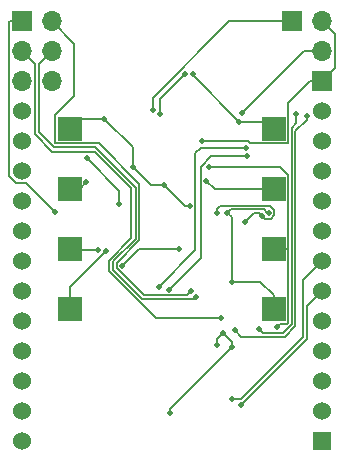
<source format=gbl>
G04 #@! TF.GenerationSoftware,KiCad,Pcbnew,(5.1.5)-3*
G04 #@! TF.CreationDate,2020-02-07T15:38:24-08:00*
G04 #@! TF.ProjectId,pcb,7063622e-6b69-4636-9164-5f7063625858,v1.1*
G04 #@! TF.SameCoordinates,Original*
G04 #@! TF.FileFunction,Copper,L2,Bot*
G04 #@! TF.FilePolarity,Positive*
%FSLAX46Y46*%
G04 Gerber Fmt 4.6, Leading zero omitted, Abs format (unit mm)*
G04 Created by KiCad (PCBNEW (5.1.5)-3) date 2020-02-07 15:38:24*
%MOMM*%
%LPD*%
G04 APERTURE LIST*
%ADD10C,1.524000*%
%ADD11R,1.524000X1.524000*%
%ADD12R,2.000000X2.000000*%
%ADD13O,1.700000X1.700000*%
%ADD14R,1.700000X1.700000*%
%ADD15C,0.508000*%
%ADD16C,0.152400*%
G04 APERTURE END LIST*
D10*
X129032000Y-124968000D03*
X129032000Y-122428000D03*
X129032000Y-119888000D03*
X129032000Y-117348000D03*
X129032000Y-114808000D03*
X129032000Y-112268000D03*
X129032000Y-109728000D03*
X129032000Y-107188000D03*
X129032000Y-104648000D03*
X129032000Y-102108000D03*
X129032000Y-99568000D03*
X129032000Y-97028000D03*
X154432000Y-97028000D03*
X154432000Y-99568000D03*
X154432000Y-102108000D03*
X154432000Y-104648000D03*
X154432000Y-107188000D03*
X154432000Y-109728000D03*
X154432000Y-112268000D03*
X154432000Y-114808000D03*
X154432000Y-117348000D03*
X154432000Y-119888000D03*
X154432000Y-122428000D03*
D11*
X154432000Y-124968000D03*
D12*
X133096000Y-108712000D03*
X133096000Y-113792000D03*
X150368000Y-113792000D03*
X150368000Y-108712000D03*
X150368000Y-103632000D03*
X133096000Y-103632000D03*
X133096000Y-98552000D03*
X150368000Y-98552000D03*
D13*
X154432000Y-91948000D03*
D14*
X154432000Y-94488000D03*
D13*
X131572000Y-94488000D03*
X129032000Y-94488000D03*
X131572000Y-91948000D03*
X129032000Y-91948000D03*
X131572000Y-89408000D03*
D14*
X129032000Y-89408000D03*
X151892000Y-89408000D03*
D13*
X154432000Y-89408000D03*
D15*
X142851997Y-93853000D03*
X140716000Y-97282000D03*
X136144000Y-108915510D03*
X146855702Y-117045824D03*
X141605000Y-122555000D03*
X146051560Y-115781453D03*
X149352000Y-105918000D03*
X147955000Y-106426000D03*
X143256000Y-105029000D03*
X141097000Y-103251000D03*
X138430000Y-101727000D03*
X145542000Y-116840000D03*
X145569800Y-105664000D03*
X144272000Y-99568000D03*
X136017000Y-97663000D03*
X135493336Y-108817514D03*
X148082000Y-100838000D03*
X141478000Y-112141000D03*
X140624084Y-111942694D03*
X148040553Y-100161553D03*
X140103053Y-96923053D03*
X137287000Y-104902000D03*
X134546241Y-101038759D03*
X144653000Y-102927200D03*
X147701000Y-97155000D03*
X147447000Y-97917000D03*
X143510000Y-93853000D03*
X147574000Y-121920000D03*
X146812000Y-121412000D03*
X144907000Y-101727000D03*
X150640961Y-115341145D03*
X131826000Y-105537000D03*
X146802590Y-111503074D03*
X142367000Y-108712000D03*
X137541000Y-110109000D03*
X146431000Y-105664000D03*
X149940535Y-105623733D03*
X143747993Y-112815490D03*
X145923000Y-114554000D03*
X143383000Y-112268000D03*
X149098000Y-115443000D03*
X152273000Y-97282000D03*
X134493000Y-103058200D03*
X147066000Y-115570000D03*
X153162000Y-97409000D03*
D16*
X142851997Y-93853000D02*
X140716000Y-95988997D01*
X140716000Y-95988997D02*
X140716000Y-97282000D01*
X133096000Y-111963510D02*
X136144000Y-108915510D01*
X133096000Y-113792000D02*
X133096000Y-111963510D01*
X155281999Y-90257999D02*
X154432000Y-89408000D01*
X155508201Y-90484201D02*
X155281999Y-90257999D01*
X155508201Y-93411799D02*
X155508201Y-90484201D01*
X154432000Y-94488000D02*
X155508201Y-93411799D01*
X146855702Y-117045824D02*
X141605000Y-122296526D01*
X141605000Y-122296526D02*
X141605000Y-122555000D01*
X146855702Y-117045824D02*
X146855702Y-116585595D01*
X146855702Y-116585595D02*
X146051560Y-115781453D01*
X149352000Y-105918000D02*
X149098001Y-105664001D01*
X148716999Y-105664001D02*
X147955000Y-106426000D01*
X149098001Y-105664001D02*
X148716999Y-105664001D01*
X143256000Y-105029000D02*
X142875000Y-105029000D01*
X142875000Y-105029000D02*
X141097000Y-103251000D01*
X141097000Y-103251000D02*
X139954000Y-103251000D01*
X139954000Y-103251000D02*
X138430000Y-101727000D01*
X138430000Y-101727000D02*
X138430000Y-101346000D01*
X133985000Y-97663000D02*
X133096000Y-98552000D01*
X150420736Y-105854230D02*
X150420736Y-105393236D01*
X150102967Y-106171999D02*
X150420736Y-105854230D01*
X150420736Y-105393236D02*
X150056500Y-105029000D01*
X149605999Y-106171999D02*
X150102967Y-106171999D01*
X149352000Y-105918000D02*
X149605999Y-106171999D01*
X145542000Y-116291013D02*
X146051560Y-115781453D01*
X145542000Y-116840000D02*
X145542000Y-116291013D01*
X145845590Y-105029000D02*
X150056500Y-105029000D01*
X145569800Y-105304790D02*
X145845590Y-105029000D01*
X145569800Y-105664000D02*
X145569800Y-105304790D01*
X148157698Y-99568000D02*
X144272000Y-99568000D01*
X148367899Y-99778201D02*
X148157698Y-99568000D01*
X153429600Y-94488000D02*
X151594201Y-96323399D01*
X151594201Y-99732961D02*
X151548961Y-99778201D01*
X151548961Y-99778201D02*
X148367899Y-99778201D01*
X154432000Y-94488000D02*
X153429600Y-94488000D01*
X151594201Y-96323399D02*
X151594201Y-99732961D01*
X138430000Y-101727000D02*
X138430000Y-100076000D01*
X138430000Y-100076000D02*
X136017000Y-97663000D01*
X136017000Y-97663000D02*
X134620000Y-97663000D01*
X134747000Y-97663000D02*
X134620000Y-97663000D01*
X134620000Y-97663000D02*
X133985000Y-97663000D01*
X133201514Y-108817514D02*
X133096000Y-108712000D01*
X135493336Y-108817514D02*
X133201514Y-108817514D01*
X144172799Y-109446201D02*
X141478000Y-112141000D01*
X144172799Y-101750503D02*
X144172799Y-109446201D01*
X148082000Y-100838000D02*
X145085302Y-100838000D01*
X145085302Y-100838000D02*
X144172799Y-101750503D01*
X143736201Y-108830577D02*
X143736201Y-100611799D01*
X140624084Y-111942694D02*
X143736201Y-108830577D01*
X144186447Y-100161553D02*
X143736201Y-100611799D01*
X148040553Y-100161553D02*
X144186447Y-100161553D01*
X150889600Y-89408000D02*
X151892000Y-89408000D01*
X146586299Y-89408000D02*
X150889600Y-89408000D01*
X140103053Y-95891246D02*
X146586299Y-89408000D01*
X140103053Y-96923053D02*
X140103053Y-95891246D01*
X137287000Y-104902000D02*
X137287000Y-103779518D01*
X137287000Y-103779518D02*
X134546241Y-101038759D01*
X150368000Y-103632000D02*
X145357800Y-103632000D01*
X145357800Y-103632000D02*
X144653000Y-102927200D01*
X152908000Y-91948000D02*
X154432000Y-91948000D01*
X147701000Y-97155000D02*
X152908000Y-91948000D01*
X149733000Y-97917000D02*
X150368000Y-98552000D01*
X147447000Y-97917000D02*
X149733000Y-97917000D01*
X147447000Y-97917000D02*
X143510000Y-93980000D01*
X143510000Y-93980000D02*
X143510000Y-93853000D01*
X147574000Y-121920000D02*
X153162000Y-116332000D01*
X153162000Y-113538000D02*
X154432000Y-112268000D01*
X153162000Y-116332000D02*
X153162000Y-113538000D01*
X146812000Y-121412000D02*
X147574000Y-121412000D01*
X152859590Y-111300410D02*
X153670001Y-110489999D01*
X153670001Y-110489999D02*
X154432000Y-109728000D01*
X152859590Y-116126410D02*
X152859590Y-111300410D01*
X147574000Y-121412000D02*
X152859590Y-116126410D01*
X151594201Y-102451039D02*
X151594201Y-108638199D01*
X151594201Y-108638199D02*
X151520400Y-108712000D01*
X150870162Y-101727000D02*
X151594201Y-102451039D01*
X144907000Y-101727000D02*
X150870162Y-101727000D01*
X151594201Y-114972961D02*
X151594201Y-108785801D01*
X151480016Y-115087146D02*
X151594201Y-114972961D01*
X151520400Y-108712000D02*
X150368000Y-108712000D01*
X150894960Y-115087146D02*
X151480016Y-115087146D01*
X151594201Y-108785801D02*
X151520400Y-108712000D01*
X150640961Y-115341145D02*
X150894960Y-115087146D01*
X128029600Y-89408000D02*
X129032000Y-89408000D01*
X127955799Y-102494337D02*
X127955799Y-89481801D01*
X128557663Y-103096201D02*
X127955799Y-102494337D01*
X129385201Y-103096201D02*
X128557663Y-103096201D01*
X127955799Y-89481801D02*
X128029600Y-89408000D01*
X131826000Y-105537000D02*
X129385201Y-103096201D01*
X146802590Y-111503074D02*
X146802590Y-106035590D01*
X146802590Y-106035590D02*
X146431000Y-105664000D01*
X150368000Y-112639600D02*
X150368000Y-113792000D01*
X149231474Y-111503074D02*
X150368000Y-112639600D01*
X146802590Y-111503074D02*
X149231474Y-111503074D01*
X142367000Y-108712000D02*
X138938000Y-108712000D01*
X138938000Y-108712000D02*
X137541000Y-110109000D01*
X146684999Y-105410001D02*
X146431000Y-105664000D01*
X146733409Y-105361591D02*
X146684999Y-105410001D01*
X149506289Y-105361591D02*
X146733409Y-105361591D01*
X149808698Y-105664000D02*
X149506289Y-105361591D01*
X149900268Y-105664000D02*
X149808698Y-105664000D01*
X149940535Y-105623733D02*
X149900268Y-105664000D01*
X130495799Y-98786633D02*
X131789777Y-100080611D01*
X131572000Y-91948000D02*
X130495799Y-93024201D01*
X130495799Y-93024201D02*
X130495799Y-98786633D01*
X131789777Y-100080611D02*
X135259611Y-100080611D01*
X135259611Y-100080611D02*
X137541000Y-102362000D01*
X137541000Y-102362000D02*
X138686892Y-103507892D01*
X138686892Y-103507892D02*
X138686892Y-107824738D01*
X136758390Y-110464760D02*
X139217241Y-112923611D01*
X138686892Y-107824738D02*
X136758389Y-109753241D01*
X136758389Y-109753241D02*
X136758390Y-110464760D01*
X139217241Y-112923611D02*
X143639872Y-112923611D01*
X143639872Y-112923611D02*
X143747993Y-112815490D01*
X136398000Y-110532040D02*
X140419960Y-114554000D01*
X136398000Y-109685958D02*
X136398000Y-110532040D01*
X138303000Y-107780958D02*
X136398000Y-109685958D01*
X138303000Y-103551672D02*
X138303000Y-107780958D01*
X140419960Y-114554000D02*
X145923000Y-114554000D01*
X135208328Y-100457000D02*
X138303000Y-103551672D01*
X130108201Y-98993201D02*
X131572000Y-100457000D01*
X130108201Y-93024201D02*
X130108201Y-98993201D01*
X131572000Y-100457000D02*
X135208328Y-100457000D01*
X129032000Y-91948000D02*
X130108201Y-93024201D01*
X139342503Y-112621201D02*
X137060799Y-110339497D01*
X137060799Y-109878503D02*
X138989302Y-107950000D01*
X143383000Y-112268000D02*
X143029799Y-112621201D01*
X137060799Y-110339497D02*
X137060799Y-109878503D01*
X143029799Y-112621201D02*
X139342503Y-112621201D01*
X138989302Y-107950000D02*
X138989302Y-103175302D01*
X131869799Y-99732961D02*
X131869799Y-97365201D01*
X131915039Y-99778201D02*
X131869799Y-99732961D01*
X138989302Y-103175302D02*
X135592201Y-99778201D01*
X135592201Y-99778201D02*
X131915039Y-99778201D01*
X131869799Y-97365201D02*
X133477000Y-95758000D01*
X133477000Y-91313000D02*
X131572000Y-89408000D01*
X133477000Y-95758000D02*
X133477000Y-91313000D01*
X151896611Y-115098223D02*
X151896611Y-98429611D01*
X151173488Y-115821346D02*
X151896611Y-115098223D01*
X149098000Y-115443000D02*
X149476346Y-115821346D01*
X149476346Y-115821346D02*
X151173488Y-115821346D01*
X151896611Y-98429611D02*
X152273000Y-98053222D01*
X152273000Y-98053222D02*
X152273000Y-97282000D01*
X133919200Y-103632000D02*
X133096000Y-103632000D01*
X134493000Y-103058200D02*
X133919200Y-103632000D01*
X153162000Y-97768210D02*
X153162000Y-97409000D01*
X147619756Y-116123756D02*
X151298750Y-116123756D01*
X152199020Y-98731190D02*
X153162000Y-97768210D01*
X147066000Y-115570000D02*
X147619756Y-116123756D01*
X151298750Y-116123756D02*
X152199020Y-115223486D01*
X152199020Y-115223486D02*
X152199020Y-98731190D01*
M02*

</source>
